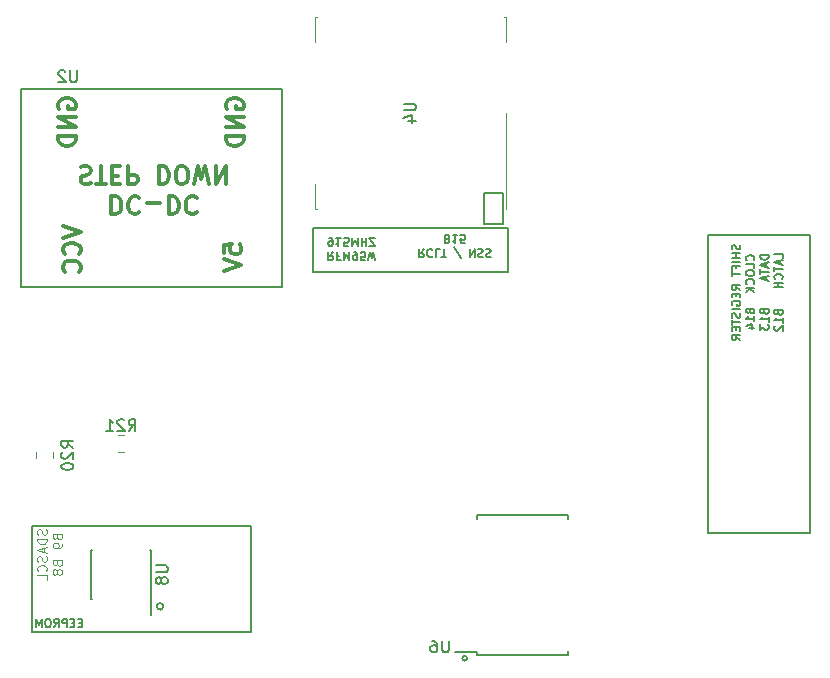
<source format=gbr>
G04 #@! TF.GenerationSoftware,KiCad,Pcbnew,5.0.2*
G04 #@! TF.CreationDate,2019-07-25T16:39:25-03:00*
G04 #@! TF.ProjectId,ShieldEduIfspSTM32,53686965-6c64-4456-9475-496673705354,rev?*
G04 #@! TF.SameCoordinates,Original*
G04 #@! TF.FileFunction,Legend,Bot*
G04 #@! TF.FilePolarity,Positive*
%FSLAX46Y46*%
G04 Gerber Fmt 4.6, Leading zero omitted, Abs format (unit mm)*
G04 Created by KiCad (PCBNEW 5.0.2) date qui 25 jul 2019 16:39:25 -03*
%MOMM*%
%LPD*%
G01*
G04 APERTURE LIST*
%ADD10C,0.150000*%
%ADD11C,0.200000*%
%ADD12C,0.300000*%
%ADD13C,0.100000*%
%ADD14C,0.120000*%
G04 APERTURE END LIST*
D10*
X167883333Y-63183333D02*
X167916666Y-63283333D01*
X167916666Y-63450000D01*
X167883333Y-63516666D01*
X167850000Y-63550000D01*
X167783333Y-63583333D01*
X167716666Y-63583333D01*
X167650000Y-63550000D01*
X167616666Y-63516666D01*
X167583333Y-63450000D01*
X167550000Y-63316666D01*
X167516666Y-63250000D01*
X167483333Y-63216666D01*
X167416666Y-63183333D01*
X167350000Y-63183333D01*
X167283333Y-63216666D01*
X167250000Y-63250000D01*
X167216666Y-63316666D01*
X167216666Y-63483333D01*
X167250000Y-63583333D01*
X167916666Y-63883333D02*
X167216666Y-63883333D01*
X167550000Y-63883333D02*
X167550000Y-64283333D01*
X167916666Y-64283333D02*
X167216666Y-64283333D01*
X167916666Y-64616666D02*
X167216666Y-64616666D01*
X167550000Y-65183333D02*
X167550000Y-64950000D01*
X167916666Y-64950000D02*
X167216666Y-64950000D01*
X167216666Y-65283333D01*
X167216666Y-65450000D02*
X167216666Y-65850000D01*
X167916666Y-65650000D02*
X167216666Y-65650000D01*
X167916666Y-67016666D02*
X167583333Y-66783333D01*
X167916666Y-66616666D02*
X167216666Y-66616666D01*
X167216666Y-66883333D01*
X167250000Y-66950000D01*
X167283333Y-66983333D01*
X167350000Y-67016666D01*
X167450000Y-67016666D01*
X167516666Y-66983333D01*
X167550000Y-66950000D01*
X167583333Y-66883333D01*
X167583333Y-66616666D01*
X167550000Y-67316666D02*
X167550000Y-67550000D01*
X167916666Y-67650000D02*
X167916666Y-67316666D01*
X167216666Y-67316666D01*
X167216666Y-67650000D01*
X167250000Y-68316666D02*
X167216666Y-68250000D01*
X167216666Y-68150000D01*
X167250000Y-68050000D01*
X167316666Y-67983333D01*
X167383333Y-67950000D01*
X167516666Y-67916666D01*
X167616666Y-67916666D01*
X167750000Y-67950000D01*
X167816666Y-67983333D01*
X167883333Y-68050000D01*
X167916666Y-68150000D01*
X167916666Y-68216666D01*
X167883333Y-68316666D01*
X167850000Y-68350000D01*
X167616666Y-68350000D01*
X167616666Y-68216666D01*
X167916666Y-68650000D02*
X167216666Y-68650000D01*
X167883333Y-68950000D02*
X167916666Y-69050000D01*
X167916666Y-69216666D01*
X167883333Y-69283333D01*
X167850000Y-69316666D01*
X167783333Y-69350000D01*
X167716666Y-69350000D01*
X167650000Y-69316666D01*
X167616666Y-69283333D01*
X167583333Y-69216666D01*
X167550000Y-69083333D01*
X167516666Y-69016666D01*
X167483333Y-68983333D01*
X167416666Y-68950000D01*
X167350000Y-68950000D01*
X167283333Y-68983333D01*
X167250000Y-69016666D01*
X167216666Y-69083333D01*
X167216666Y-69250000D01*
X167250000Y-69350000D01*
X167216666Y-69550000D02*
X167216666Y-69950000D01*
X167916666Y-69750000D02*
X167216666Y-69750000D01*
X167550000Y-70183333D02*
X167550000Y-70416666D01*
X167916666Y-70516666D02*
X167916666Y-70183333D01*
X167216666Y-70183333D01*
X167216666Y-70516666D01*
X167916666Y-71216666D02*
X167583333Y-70983333D01*
X167916666Y-70816666D02*
X167216666Y-70816666D01*
X167216666Y-71083333D01*
X167250000Y-71150000D01*
X167283333Y-71183333D01*
X167350000Y-71216666D01*
X167450000Y-71216666D01*
X167516666Y-71183333D01*
X167550000Y-71150000D01*
X167583333Y-71083333D01*
X167583333Y-70816666D01*
X169050000Y-64516666D02*
X169083333Y-64483333D01*
X169116666Y-64383333D01*
X169116666Y-64316666D01*
X169083333Y-64216666D01*
X169016666Y-64150000D01*
X168950000Y-64116666D01*
X168816666Y-64083333D01*
X168716666Y-64083333D01*
X168583333Y-64116666D01*
X168516666Y-64150000D01*
X168450000Y-64216666D01*
X168416666Y-64316666D01*
X168416666Y-64383333D01*
X168450000Y-64483333D01*
X168483333Y-64516666D01*
X169116666Y-65150000D02*
X169116666Y-64816666D01*
X168416666Y-64816666D01*
X168416666Y-65516666D02*
X168416666Y-65650000D01*
X168450000Y-65716666D01*
X168516666Y-65783333D01*
X168650000Y-65816666D01*
X168883333Y-65816666D01*
X169016666Y-65783333D01*
X169083333Y-65716666D01*
X169116666Y-65650000D01*
X169116666Y-65516666D01*
X169083333Y-65450000D01*
X169016666Y-65383333D01*
X168883333Y-65350000D01*
X168650000Y-65350000D01*
X168516666Y-65383333D01*
X168450000Y-65450000D01*
X168416666Y-65516666D01*
X169050000Y-66516666D02*
X169083333Y-66483333D01*
X169116666Y-66383333D01*
X169116666Y-66316666D01*
X169083333Y-66216666D01*
X169016666Y-66150000D01*
X168950000Y-66116666D01*
X168816666Y-66083333D01*
X168716666Y-66083333D01*
X168583333Y-66116666D01*
X168516666Y-66150000D01*
X168450000Y-66216666D01*
X168416666Y-66316666D01*
X168416666Y-66383333D01*
X168450000Y-66483333D01*
X168483333Y-66516666D01*
X169116666Y-66816666D02*
X168416666Y-66816666D01*
X169116666Y-67216666D02*
X168716666Y-66916666D01*
X168416666Y-67216666D02*
X168816666Y-66816666D01*
X168750000Y-68816666D02*
X168783333Y-68916666D01*
X168816666Y-68950000D01*
X168883333Y-68983333D01*
X168983333Y-68983333D01*
X169050000Y-68950000D01*
X169083333Y-68916666D01*
X169116666Y-68850000D01*
X169116666Y-68583333D01*
X168416666Y-68583333D01*
X168416666Y-68816666D01*
X168450000Y-68883333D01*
X168483333Y-68916666D01*
X168550000Y-68950000D01*
X168616666Y-68950000D01*
X168683333Y-68916666D01*
X168716666Y-68883333D01*
X168750000Y-68816666D01*
X168750000Y-68583333D01*
X169116666Y-69650000D02*
X169116666Y-69250000D01*
X169116666Y-69450000D02*
X168416666Y-69450000D01*
X168516666Y-69383333D01*
X168583333Y-69316666D01*
X168616666Y-69250000D01*
X168650000Y-70250000D02*
X169116666Y-70250000D01*
X168383333Y-70083333D02*
X168883333Y-69916666D01*
X168883333Y-70350000D01*
X170316666Y-64066666D02*
X169616666Y-64066666D01*
X169616666Y-64233333D01*
X169650000Y-64333333D01*
X169716666Y-64400000D01*
X169783333Y-64433333D01*
X169916666Y-64466666D01*
X170016666Y-64466666D01*
X170150000Y-64433333D01*
X170216666Y-64400000D01*
X170283333Y-64333333D01*
X170316666Y-64233333D01*
X170316666Y-64066666D01*
X170116666Y-64733333D02*
X170116666Y-65066666D01*
X170316666Y-64666666D02*
X169616666Y-64900000D01*
X170316666Y-65133333D01*
X169616666Y-65266666D02*
X169616666Y-65666666D01*
X170316666Y-65466666D02*
X169616666Y-65466666D01*
X170116666Y-65866666D02*
X170116666Y-66200000D01*
X170316666Y-65800000D02*
X169616666Y-66033333D01*
X170316666Y-66266666D01*
X169950000Y-68866666D02*
X169983333Y-68966666D01*
X170016666Y-69000000D01*
X170083333Y-69033333D01*
X170183333Y-69033333D01*
X170250000Y-69000000D01*
X170283333Y-68966666D01*
X170316666Y-68900000D01*
X170316666Y-68633333D01*
X169616666Y-68633333D01*
X169616666Y-68866666D01*
X169650000Y-68933333D01*
X169683333Y-68966666D01*
X169750000Y-69000000D01*
X169816666Y-69000000D01*
X169883333Y-68966666D01*
X169916666Y-68933333D01*
X169950000Y-68866666D01*
X169950000Y-68633333D01*
X170316666Y-69700000D02*
X170316666Y-69300000D01*
X170316666Y-69500000D02*
X169616666Y-69500000D01*
X169716666Y-69433333D01*
X169783333Y-69366666D01*
X169816666Y-69300000D01*
X169616666Y-69933333D02*
X169616666Y-70366666D01*
X169883333Y-70133333D01*
X169883333Y-70233333D01*
X169916666Y-70300000D01*
X169950000Y-70333333D01*
X170016666Y-70366666D01*
X170183333Y-70366666D01*
X170250000Y-70333333D01*
X170283333Y-70300000D01*
X170316666Y-70233333D01*
X170316666Y-70033333D01*
X170283333Y-69966666D01*
X170250000Y-69933333D01*
X171516666Y-64316666D02*
X171516666Y-63983333D01*
X170816666Y-63983333D01*
X171316666Y-64516666D02*
X171316666Y-64850000D01*
X171516666Y-64450000D02*
X170816666Y-64683333D01*
X171516666Y-64916666D01*
X170816666Y-65050000D02*
X170816666Y-65450000D01*
X171516666Y-65250000D02*
X170816666Y-65250000D01*
X171450000Y-66083333D02*
X171483333Y-66050000D01*
X171516666Y-65950000D01*
X171516666Y-65883333D01*
X171483333Y-65783333D01*
X171416666Y-65716666D01*
X171350000Y-65683333D01*
X171216666Y-65650000D01*
X171116666Y-65650000D01*
X170983333Y-65683333D01*
X170916666Y-65716666D01*
X170850000Y-65783333D01*
X170816666Y-65883333D01*
X170816666Y-65950000D01*
X170850000Y-66050000D01*
X170883333Y-66083333D01*
X171516666Y-66383333D02*
X170816666Y-66383333D01*
X171150000Y-66383333D02*
X171150000Y-66783333D01*
X171516666Y-66783333D02*
X170816666Y-66783333D01*
X171150000Y-68950000D02*
X171183333Y-69050000D01*
X171216666Y-69083333D01*
X171283333Y-69116666D01*
X171383333Y-69116666D01*
X171450000Y-69083333D01*
X171483333Y-69050000D01*
X171516666Y-68983333D01*
X171516666Y-68716666D01*
X170816666Y-68716666D01*
X170816666Y-68950000D01*
X170850000Y-69016666D01*
X170883333Y-69050000D01*
X170950000Y-69083333D01*
X171016666Y-69083333D01*
X171083333Y-69050000D01*
X171116666Y-69016666D01*
X171150000Y-68950000D01*
X171150000Y-68716666D01*
X171516666Y-69783333D02*
X171516666Y-69383333D01*
X171516666Y-69583333D02*
X170816666Y-69583333D01*
X170916666Y-69516666D01*
X170983333Y-69450000D01*
X171016666Y-69383333D01*
X170883333Y-70050000D02*
X170850000Y-70083333D01*
X170816666Y-70150000D01*
X170816666Y-70316666D01*
X170850000Y-70383333D01*
X170883333Y-70416666D01*
X170950000Y-70450000D01*
X171016666Y-70450000D01*
X171116666Y-70416666D01*
X171516666Y-70016666D01*
X171516666Y-70450000D01*
D11*
X165200000Y-62400000D02*
X165200000Y-87600000D01*
X173800000Y-87600000D02*
X165200000Y-87600000D01*
X173800000Y-62400000D02*
X173800000Y-87600000D01*
X165200000Y-62400000D02*
X173800000Y-62400000D01*
D10*
X141133333Y-63533333D02*
X140900000Y-63866666D01*
X140733333Y-63533333D02*
X140733333Y-64233333D01*
X141000000Y-64233333D01*
X141066666Y-64200000D01*
X141100000Y-64166666D01*
X141133333Y-64100000D01*
X141133333Y-64000000D01*
X141100000Y-63933333D01*
X141066666Y-63900000D01*
X141000000Y-63866666D01*
X140733333Y-63866666D01*
X141833333Y-63600000D02*
X141800000Y-63566666D01*
X141700000Y-63533333D01*
X141633333Y-63533333D01*
X141533333Y-63566666D01*
X141466666Y-63633333D01*
X141433333Y-63700000D01*
X141400000Y-63833333D01*
X141400000Y-63933333D01*
X141433333Y-64066666D01*
X141466666Y-64133333D01*
X141533333Y-64200000D01*
X141633333Y-64233333D01*
X141700000Y-64233333D01*
X141800000Y-64200000D01*
X141833333Y-64166666D01*
X142466666Y-63533333D02*
X142133333Y-63533333D01*
X142133333Y-64233333D01*
X142600000Y-64233333D02*
X143000000Y-64233333D01*
X142800000Y-63533333D02*
X142800000Y-64233333D01*
X144266666Y-64266666D02*
X143666666Y-63366666D01*
X145033333Y-63533333D02*
X145033333Y-64233333D01*
X145433333Y-63533333D01*
X145433333Y-64233333D01*
X145733333Y-63566666D02*
X145833333Y-63533333D01*
X146000000Y-63533333D01*
X146066666Y-63566666D01*
X146100000Y-63600000D01*
X146133333Y-63666666D01*
X146133333Y-63733333D01*
X146100000Y-63800000D01*
X146066666Y-63833333D01*
X146000000Y-63866666D01*
X145866666Y-63900000D01*
X145800000Y-63933333D01*
X145766666Y-63966666D01*
X145733333Y-64033333D01*
X145733333Y-64100000D01*
X145766666Y-64166666D01*
X145800000Y-64200000D01*
X145866666Y-64233333D01*
X146033333Y-64233333D01*
X146133333Y-64200000D01*
X146400000Y-63566666D02*
X146500000Y-63533333D01*
X146666666Y-63533333D01*
X146733333Y-63566666D01*
X146766666Y-63600000D01*
X146800000Y-63666666D01*
X146800000Y-63733333D01*
X146766666Y-63800000D01*
X146733333Y-63833333D01*
X146666666Y-63866666D01*
X146533333Y-63900000D01*
X146466666Y-63933333D01*
X146433333Y-63966666D01*
X146400000Y-64033333D01*
X146400000Y-64100000D01*
X146433333Y-64166666D01*
X146466666Y-64200000D01*
X146533333Y-64233333D01*
X146700000Y-64233333D01*
X146800000Y-64200000D01*
X143133333Y-62700000D02*
X143233333Y-62666666D01*
X143266666Y-62633333D01*
X143300000Y-62566666D01*
X143300000Y-62466666D01*
X143266666Y-62400000D01*
X143233333Y-62366666D01*
X143166666Y-62333333D01*
X142900000Y-62333333D01*
X142900000Y-63033333D01*
X143133333Y-63033333D01*
X143200000Y-63000000D01*
X143233333Y-62966666D01*
X143266666Y-62900000D01*
X143266666Y-62833333D01*
X143233333Y-62766666D01*
X143200000Y-62733333D01*
X143133333Y-62700000D01*
X142900000Y-62700000D01*
X143966666Y-62333333D02*
X143566666Y-62333333D01*
X143766666Y-62333333D02*
X143766666Y-63033333D01*
X143700000Y-62933333D01*
X143633333Y-62866666D01*
X143566666Y-62833333D01*
X144600000Y-63033333D02*
X144266666Y-63033333D01*
X144233333Y-62700000D01*
X144266666Y-62733333D01*
X144333333Y-62766666D01*
X144500000Y-62766666D01*
X144566666Y-62733333D01*
X144600000Y-62700000D01*
X144633333Y-62633333D01*
X144633333Y-62466666D01*
X144600000Y-62400000D01*
X144566666Y-62366666D01*
X144500000Y-62333333D01*
X144333333Y-62333333D01*
X144266666Y-62366666D01*
X144233333Y-62400000D01*
X133450000Y-63783333D02*
X133216666Y-64116666D01*
X133050000Y-63783333D02*
X133050000Y-64483333D01*
X133316666Y-64483333D01*
X133383333Y-64450000D01*
X133416666Y-64416666D01*
X133450000Y-64350000D01*
X133450000Y-64250000D01*
X133416666Y-64183333D01*
X133383333Y-64150000D01*
X133316666Y-64116666D01*
X133050000Y-64116666D01*
X133983333Y-64150000D02*
X133750000Y-64150000D01*
X133750000Y-63783333D02*
X133750000Y-64483333D01*
X134083333Y-64483333D01*
X134350000Y-63783333D02*
X134350000Y-64483333D01*
X134583333Y-63983333D01*
X134816666Y-64483333D01*
X134816666Y-63783333D01*
X135183333Y-63783333D02*
X135316666Y-63783333D01*
X135383333Y-63816666D01*
X135416666Y-63850000D01*
X135483333Y-63950000D01*
X135516666Y-64083333D01*
X135516666Y-64350000D01*
X135483333Y-64416666D01*
X135450000Y-64450000D01*
X135383333Y-64483333D01*
X135250000Y-64483333D01*
X135183333Y-64450000D01*
X135150000Y-64416666D01*
X135116666Y-64350000D01*
X135116666Y-64183333D01*
X135150000Y-64116666D01*
X135183333Y-64083333D01*
X135250000Y-64050000D01*
X135383333Y-64050000D01*
X135450000Y-64083333D01*
X135483333Y-64116666D01*
X135516666Y-64183333D01*
X136150000Y-64483333D02*
X135816666Y-64483333D01*
X135783333Y-64150000D01*
X135816666Y-64183333D01*
X135883333Y-64216666D01*
X136050000Y-64216666D01*
X136116666Y-64183333D01*
X136150000Y-64150000D01*
X136183333Y-64083333D01*
X136183333Y-63916666D01*
X136150000Y-63850000D01*
X136116666Y-63816666D01*
X136050000Y-63783333D01*
X135883333Y-63783333D01*
X135816666Y-63816666D01*
X135783333Y-63850000D01*
X136416666Y-64483333D02*
X136583333Y-63783333D01*
X136716666Y-64283333D01*
X136850000Y-63783333D01*
X137016666Y-64483333D01*
X133100000Y-62583333D02*
X133233333Y-62583333D01*
X133300000Y-62616666D01*
X133333333Y-62650000D01*
X133400000Y-62750000D01*
X133433333Y-62883333D01*
X133433333Y-63150000D01*
X133400000Y-63216666D01*
X133366666Y-63250000D01*
X133300000Y-63283333D01*
X133166666Y-63283333D01*
X133100000Y-63250000D01*
X133066666Y-63216666D01*
X133033333Y-63150000D01*
X133033333Y-62983333D01*
X133066666Y-62916666D01*
X133100000Y-62883333D01*
X133166666Y-62850000D01*
X133300000Y-62850000D01*
X133366666Y-62883333D01*
X133400000Y-62916666D01*
X133433333Y-62983333D01*
X134100000Y-62583333D02*
X133700000Y-62583333D01*
X133900000Y-62583333D02*
X133900000Y-63283333D01*
X133833333Y-63183333D01*
X133766666Y-63116666D01*
X133700000Y-63083333D01*
X134733333Y-63283333D02*
X134400000Y-63283333D01*
X134366666Y-62950000D01*
X134400000Y-62983333D01*
X134466666Y-63016666D01*
X134633333Y-63016666D01*
X134700000Y-62983333D01*
X134733333Y-62950000D01*
X134766666Y-62883333D01*
X134766666Y-62716666D01*
X134733333Y-62650000D01*
X134700000Y-62616666D01*
X134633333Y-62583333D01*
X134466666Y-62583333D01*
X134400000Y-62616666D01*
X134366666Y-62650000D01*
X135066666Y-62583333D02*
X135066666Y-63283333D01*
X135300000Y-62783333D01*
X135533333Y-63283333D01*
X135533333Y-62583333D01*
X135866666Y-62583333D02*
X135866666Y-63283333D01*
X135866666Y-62950000D02*
X136266666Y-62950000D01*
X136266666Y-62583333D02*
X136266666Y-63283333D01*
X136533333Y-63283333D02*
X137000000Y-63283333D01*
X136533333Y-62583333D01*
X137000000Y-62583333D01*
D11*
X131750000Y-61750000D02*
X131750000Y-65500000D01*
X148250000Y-61750000D02*
X131750000Y-61750000D01*
X148250000Y-65500000D02*
X148250000Y-61750000D01*
X131750000Y-65500000D02*
X148250000Y-65500000D01*
D12*
X114678571Y-59096428D02*
X114678571Y-60596428D01*
X115035714Y-60596428D01*
X115250000Y-60525000D01*
X115392857Y-60382142D01*
X115464285Y-60239285D01*
X115535714Y-59953571D01*
X115535714Y-59739285D01*
X115464285Y-59453571D01*
X115392857Y-59310714D01*
X115250000Y-59167857D01*
X115035714Y-59096428D01*
X114678571Y-59096428D01*
X117035714Y-59239285D02*
X116964285Y-59167857D01*
X116750000Y-59096428D01*
X116607142Y-59096428D01*
X116392857Y-59167857D01*
X116250000Y-59310714D01*
X116178571Y-59453571D01*
X116107142Y-59739285D01*
X116107142Y-59953571D01*
X116178571Y-60239285D01*
X116250000Y-60382142D01*
X116392857Y-60525000D01*
X116607142Y-60596428D01*
X116750000Y-60596428D01*
X116964285Y-60525000D01*
X117035714Y-60453571D01*
X117678571Y-59667857D02*
X118821428Y-59667857D01*
X119535714Y-59096428D02*
X119535714Y-60596428D01*
X119892857Y-60596428D01*
X120107142Y-60525000D01*
X120250000Y-60382142D01*
X120321428Y-60239285D01*
X120392857Y-59953571D01*
X120392857Y-59739285D01*
X120321428Y-59453571D01*
X120250000Y-59310714D01*
X120107142Y-59167857D01*
X119892857Y-59096428D01*
X119535714Y-59096428D01*
X121892857Y-59239285D02*
X121821428Y-59167857D01*
X121607142Y-59096428D01*
X121464285Y-59096428D01*
X121250000Y-59167857D01*
X121107142Y-59310714D01*
X121035714Y-59453571D01*
X120964285Y-59739285D01*
X120964285Y-59953571D01*
X121035714Y-60239285D01*
X121107142Y-60382142D01*
X121250000Y-60525000D01*
X121464285Y-60596428D01*
X121607142Y-60596428D01*
X121821428Y-60525000D01*
X121892857Y-60453571D01*
X112071428Y-56617857D02*
X112285714Y-56546428D01*
X112642857Y-56546428D01*
X112785714Y-56617857D01*
X112857142Y-56689285D01*
X112928571Y-56832142D01*
X112928571Y-56975000D01*
X112857142Y-57117857D01*
X112785714Y-57189285D01*
X112642857Y-57260714D01*
X112357142Y-57332142D01*
X112214285Y-57403571D01*
X112142857Y-57475000D01*
X112071428Y-57617857D01*
X112071428Y-57760714D01*
X112142857Y-57903571D01*
X112214285Y-57975000D01*
X112357142Y-58046428D01*
X112714285Y-58046428D01*
X112928571Y-57975000D01*
X113357142Y-58046428D02*
X114214285Y-58046428D01*
X113785714Y-56546428D02*
X113785714Y-58046428D01*
X114714285Y-57332142D02*
X115214285Y-57332142D01*
X115428571Y-56546428D02*
X114714285Y-56546428D01*
X114714285Y-58046428D01*
X115428571Y-58046428D01*
X116071428Y-56546428D02*
X116071428Y-58046428D01*
X116642857Y-58046428D01*
X116785714Y-57975000D01*
X116857142Y-57903571D01*
X116928571Y-57760714D01*
X116928571Y-57546428D01*
X116857142Y-57403571D01*
X116785714Y-57332142D01*
X116642857Y-57260714D01*
X116071428Y-57260714D01*
X118714285Y-56546428D02*
X118714285Y-58046428D01*
X119071428Y-58046428D01*
X119285714Y-57975000D01*
X119428571Y-57832142D01*
X119500000Y-57689285D01*
X119571428Y-57403571D01*
X119571428Y-57189285D01*
X119500000Y-56903571D01*
X119428571Y-56760714D01*
X119285714Y-56617857D01*
X119071428Y-56546428D01*
X118714285Y-56546428D01*
X120500000Y-58046428D02*
X120785714Y-58046428D01*
X120928571Y-57975000D01*
X121071428Y-57832142D01*
X121142857Y-57546428D01*
X121142857Y-57046428D01*
X121071428Y-56760714D01*
X120928571Y-56617857D01*
X120785714Y-56546428D01*
X120500000Y-56546428D01*
X120357142Y-56617857D01*
X120214285Y-56760714D01*
X120142857Y-57046428D01*
X120142857Y-57546428D01*
X120214285Y-57832142D01*
X120357142Y-57975000D01*
X120500000Y-58046428D01*
X121642857Y-58046428D02*
X122000000Y-56546428D01*
X122285714Y-57617857D01*
X122571428Y-56546428D01*
X122928571Y-58046428D01*
X123500000Y-56546428D02*
X123500000Y-58046428D01*
X124357142Y-56546428D01*
X124357142Y-58046428D01*
D11*
X126500000Y-87000000D02*
X126500000Y-87500000D01*
X108000000Y-87000000D02*
X126500000Y-87000000D01*
X108000000Y-87500000D02*
X108000000Y-87000000D01*
X108000000Y-96000000D02*
X108000000Y-95000000D01*
X126500000Y-96000000D02*
X108000000Y-96000000D01*
X126500000Y-87250000D02*
X126500000Y-96000000D01*
X108000000Y-95250000D02*
X108000000Y-87250000D01*
D10*
X112183333Y-95200000D02*
X111950000Y-95200000D01*
X111850000Y-95566666D02*
X112183333Y-95566666D01*
X112183333Y-94866666D01*
X111850000Y-94866666D01*
X111550000Y-95200000D02*
X111316666Y-95200000D01*
X111216666Y-95566666D02*
X111550000Y-95566666D01*
X111550000Y-94866666D01*
X111216666Y-94866666D01*
X110916666Y-95566666D02*
X110916666Y-94866666D01*
X110650000Y-94866666D01*
X110583333Y-94900000D01*
X110550000Y-94933333D01*
X110516666Y-95000000D01*
X110516666Y-95100000D01*
X110550000Y-95166666D01*
X110583333Y-95200000D01*
X110650000Y-95233333D01*
X110916666Y-95233333D01*
X109816666Y-95566666D02*
X110050000Y-95233333D01*
X110216666Y-95566666D02*
X110216666Y-94866666D01*
X109950000Y-94866666D01*
X109883333Y-94900000D01*
X109850000Y-94933333D01*
X109816666Y-95000000D01*
X109816666Y-95100000D01*
X109850000Y-95166666D01*
X109883333Y-95200000D01*
X109950000Y-95233333D01*
X110216666Y-95233333D01*
X109383333Y-94866666D02*
X109250000Y-94866666D01*
X109183333Y-94900000D01*
X109116666Y-94966666D01*
X109083333Y-95100000D01*
X109083333Y-95333333D01*
X109116666Y-95466666D01*
X109183333Y-95533333D01*
X109250000Y-95566666D01*
X109383333Y-95566666D01*
X109450000Y-95533333D01*
X109516666Y-95466666D01*
X109550000Y-95333333D01*
X109550000Y-95100000D01*
X109516666Y-94966666D01*
X109450000Y-94900000D01*
X109383333Y-94866666D01*
X108783333Y-95566666D02*
X108783333Y-94866666D01*
X108550000Y-95366666D01*
X108316666Y-94866666D01*
X108316666Y-95566666D01*
D13*
X109173809Y-87278571D02*
X109211904Y-87392857D01*
X109211904Y-87583333D01*
X109173809Y-87659523D01*
X109135714Y-87697619D01*
X109059523Y-87735714D01*
X108983333Y-87735714D01*
X108907142Y-87697619D01*
X108869047Y-87659523D01*
X108830952Y-87583333D01*
X108792857Y-87430952D01*
X108754761Y-87354761D01*
X108716666Y-87316666D01*
X108640476Y-87278571D01*
X108564285Y-87278571D01*
X108488095Y-87316666D01*
X108450000Y-87354761D01*
X108411904Y-87430952D01*
X108411904Y-87621428D01*
X108450000Y-87735714D01*
X109211904Y-88078571D02*
X108411904Y-88078571D01*
X108411904Y-88269047D01*
X108450000Y-88383333D01*
X108526190Y-88459523D01*
X108602380Y-88497619D01*
X108754761Y-88535714D01*
X108869047Y-88535714D01*
X109021428Y-88497619D01*
X109097619Y-88459523D01*
X109173809Y-88383333D01*
X109211904Y-88269047D01*
X109211904Y-88078571D01*
X108983333Y-88840476D02*
X108983333Y-89221428D01*
X109211904Y-88764285D02*
X108411904Y-89030952D01*
X109211904Y-89297619D01*
X110092857Y-87926190D02*
X110130952Y-88040476D01*
X110169047Y-88078571D01*
X110245238Y-88116666D01*
X110359523Y-88116666D01*
X110435714Y-88078571D01*
X110473809Y-88040476D01*
X110511904Y-87964285D01*
X110511904Y-87659523D01*
X109711904Y-87659523D01*
X109711904Y-87926190D01*
X109750000Y-88002380D01*
X109788095Y-88040476D01*
X109864285Y-88078571D01*
X109940476Y-88078571D01*
X110016666Y-88040476D01*
X110054761Y-88002380D01*
X110092857Y-87926190D01*
X110092857Y-87659523D01*
X110511904Y-88497619D02*
X110511904Y-88650000D01*
X110473809Y-88726190D01*
X110435714Y-88764285D01*
X110321428Y-88840476D01*
X110169047Y-88878571D01*
X109864285Y-88878571D01*
X109788095Y-88840476D01*
X109750000Y-88802380D01*
X109711904Y-88726190D01*
X109711904Y-88573809D01*
X109750000Y-88497619D01*
X109788095Y-88459523D01*
X109864285Y-88421428D01*
X110054761Y-88421428D01*
X110130952Y-88459523D01*
X110169047Y-88497619D01*
X110207142Y-88573809D01*
X110207142Y-88726190D01*
X110169047Y-88802380D01*
X110130952Y-88840476D01*
X110054761Y-88878571D01*
X109173809Y-89547619D02*
X109211904Y-89661904D01*
X109211904Y-89852380D01*
X109173809Y-89928571D01*
X109135714Y-89966666D01*
X109059523Y-90004761D01*
X108983333Y-90004761D01*
X108907142Y-89966666D01*
X108869047Y-89928571D01*
X108830952Y-89852380D01*
X108792857Y-89700000D01*
X108754761Y-89623809D01*
X108716666Y-89585714D01*
X108640476Y-89547619D01*
X108564285Y-89547619D01*
X108488095Y-89585714D01*
X108450000Y-89623809D01*
X108411904Y-89700000D01*
X108411904Y-89890476D01*
X108450000Y-90004761D01*
X109135714Y-90804761D02*
X109173809Y-90766666D01*
X109211904Y-90652380D01*
X109211904Y-90576190D01*
X109173809Y-90461904D01*
X109097619Y-90385714D01*
X109021428Y-90347619D01*
X108869047Y-90309523D01*
X108754761Y-90309523D01*
X108602380Y-90347619D01*
X108526190Y-90385714D01*
X108450000Y-90461904D01*
X108411904Y-90576190D01*
X108411904Y-90652380D01*
X108450000Y-90766666D01*
X108488095Y-90804761D01*
X109211904Y-91528571D02*
X109211904Y-91147619D01*
X108411904Y-91147619D01*
X110092857Y-90176190D02*
X110130952Y-90290476D01*
X110169047Y-90328571D01*
X110245238Y-90366666D01*
X110359523Y-90366666D01*
X110435714Y-90328571D01*
X110473809Y-90290476D01*
X110511904Y-90214285D01*
X110511904Y-89909523D01*
X109711904Y-89909523D01*
X109711904Y-90176190D01*
X109750000Y-90252380D01*
X109788095Y-90290476D01*
X109864285Y-90328571D01*
X109940476Y-90328571D01*
X110016666Y-90290476D01*
X110054761Y-90252380D01*
X110092857Y-90176190D01*
X110092857Y-89909523D01*
X110054761Y-90823809D02*
X110016666Y-90747619D01*
X109978571Y-90709523D01*
X109902380Y-90671428D01*
X109864285Y-90671428D01*
X109788095Y-90709523D01*
X109750000Y-90747619D01*
X109711904Y-90823809D01*
X109711904Y-90976190D01*
X109750000Y-91052380D01*
X109788095Y-91090476D01*
X109864285Y-91128571D01*
X109902380Y-91128571D01*
X109978571Y-91090476D01*
X110016666Y-91052380D01*
X110054761Y-90976190D01*
X110054761Y-90823809D01*
X110092857Y-90747619D01*
X110130952Y-90709523D01*
X110207142Y-90671428D01*
X110359523Y-90671428D01*
X110435714Y-90709523D01*
X110473809Y-90747619D01*
X110511904Y-90823809D01*
X110511904Y-90976190D01*
X110473809Y-91052380D01*
X110435714Y-91090476D01*
X110359523Y-91128571D01*
X110207142Y-91128571D01*
X110130952Y-91090476D01*
X110092857Y-91052380D01*
X110054761Y-90976190D01*
D12*
X124178571Y-63914285D02*
X124178571Y-63200000D01*
X124892857Y-63128571D01*
X124821428Y-63200000D01*
X124750000Y-63342857D01*
X124750000Y-63700000D01*
X124821428Y-63842857D01*
X124892857Y-63914285D01*
X125035714Y-63985714D01*
X125392857Y-63985714D01*
X125535714Y-63914285D01*
X125607142Y-63842857D01*
X125678571Y-63700000D01*
X125678571Y-63342857D01*
X125607142Y-63200000D01*
X125535714Y-63128571D01*
X124178571Y-64414285D02*
X125678571Y-64914285D01*
X124178571Y-65414285D01*
X110578571Y-61600000D02*
X112078571Y-62100000D01*
X110578571Y-62600000D01*
X111935714Y-63957142D02*
X112007142Y-63885714D01*
X112078571Y-63671428D01*
X112078571Y-63528571D01*
X112007142Y-63314285D01*
X111864285Y-63171428D01*
X111721428Y-63100000D01*
X111435714Y-63028571D01*
X111221428Y-63028571D01*
X110935714Y-63100000D01*
X110792857Y-63171428D01*
X110650000Y-63314285D01*
X110578571Y-63528571D01*
X110578571Y-63671428D01*
X110650000Y-63885714D01*
X110721428Y-63957142D01*
X111935714Y-65457142D02*
X112007142Y-65385714D01*
X112078571Y-65171428D01*
X112078571Y-65028571D01*
X112007142Y-64814285D01*
X111864285Y-64671428D01*
X111721428Y-64600000D01*
X111435714Y-64528571D01*
X111221428Y-64528571D01*
X110935714Y-64600000D01*
X110792857Y-64671428D01*
X110650000Y-64814285D01*
X110578571Y-65028571D01*
X110578571Y-65171428D01*
X110650000Y-65385714D01*
X110721428Y-65457142D01*
X124450000Y-51657142D02*
X124378571Y-51514285D01*
X124378571Y-51300000D01*
X124450000Y-51085714D01*
X124592857Y-50942857D01*
X124735714Y-50871428D01*
X125021428Y-50800000D01*
X125235714Y-50800000D01*
X125521428Y-50871428D01*
X125664285Y-50942857D01*
X125807142Y-51085714D01*
X125878571Y-51300000D01*
X125878571Y-51442857D01*
X125807142Y-51657142D01*
X125735714Y-51728571D01*
X125235714Y-51728571D01*
X125235714Y-51442857D01*
X125878571Y-52371428D02*
X124378571Y-52371428D01*
X125878571Y-53228571D01*
X124378571Y-53228571D01*
X125878571Y-53942857D02*
X124378571Y-53942857D01*
X124378571Y-54300000D01*
X124450000Y-54514285D01*
X124592857Y-54657142D01*
X124735714Y-54728571D01*
X125021428Y-54800000D01*
X125235714Y-54800000D01*
X125521428Y-54728571D01*
X125664285Y-54657142D01*
X125807142Y-54514285D01*
X125878571Y-54300000D01*
X125878571Y-53942857D01*
X110250000Y-51657142D02*
X110178571Y-51514285D01*
X110178571Y-51300000D01*
X110250000Y-51085714D01*
X110392857Y-50942857D01*
X110535714Y-50871428D01*
X110821428Y-50800000D01*
X111035714Y-50800000D01*
X111321428Y-50871428D01*
X111464285Y-50942857D01*
X111607142Y-51085714D01*
X111678571Y-51300000D01*
X111678571Y-51442857D01*
X111607142Y-51657142D01*
X111535714Y-51728571D01*
X111035714Y-51728571D01*
X111035714Y-51442857D01*
X111678571Y-52371428D02*
X110178571Y-52371428D01*
X111678571Y-53228571D01*
X110178571Y-53228571D01*
X111678571Y-53942857D02*
X110178571Y-53942857D01*
X110178571Y-54300000D01*
X110250000Y-54514285D01*
X110392857Y-54657142D01*
X110535714Y-54728571D01*
X110821428Y-54800000D01*
X111035714Y-54800000D01*
X111321428Y-54728571D01*
X111464285Y-54657142D01*
X111607142Y-54514285D01*
X111678571Y-54300000D01*
X111678571Y-53942857D01*
D11*
X147800000Y-58800000D02*
X147800000Y-61400000D01*
X146200000Y-58800000D02*
X147800000Y-58800000D01*
X146200000Y-61400000D02*
X146200000Y-58800000D01*
X147800000Y-61400000D02*
X146200000Y-61400000D01*
X144800000Y-98200000D02*
G75*
G03X144800000Y-98200000I-200000J0D01*
G01*
X119082843Y-93800000D02*
G75*
G03X119082843Y-93800000I-282843J0D01*
G01*
D10*
G04 #@! TO.C,U6*
X145625000Y-97950000D02*
X145625000Y-97700000D01*
X153375000Y-97950000D02*
X153375000Y-97605000D01*
X153375000Y-86050000D02*
X153375000Y-86395000D01*
X145625000Y-86050000D02*
X145625000Y-86395000D01*
X145625000Y-97950000D02*
X153375000Y-97950000D01*
X145625000Y-86050000D02*
X153375000Y-86050000D01*
X145625000Y-97700000D02*
X143800000Y-97700000D01*
D14*
G04 #@! TO.C,R20*
X108290000Y-80738748D02*
X108290000Y-81261252D01*
X109710000Y-80738748D02*
X109710000Y-81261252D01*
G04 #@! TO.C,R21*
X115238748Y-79290000D02*
X115761252Y-79290000D01*
X115238748Y-80710000D02*
X115761252Y-80710000D01*
D10*
G04 #@! TO.C,U2*
X129098000Y-50000000D02*
X107000000Y-50000000D01*
X107000000Y-50000000D02*
X107000000Y-66764000D01*
X107000000Y-66764000D02*
X129098000Y-66764000D01*
X129098000Y-66764000D02*
X129098000Y-50000000D01*
D13*
G04 #@! TO.C,U4*
X148120000Y-60120000D02*
X148120000Y-52000000D01*
X131880000Y-46000000D02*
X131880000Y-43880000D01*
X131880000Y-43880000D02*
X132050000Y-43880000D01*
X131880000Y-60120000D02*
X131880000Y-58000000D01*
X131880000Y-60120000D02*
X132050000Y-60120000D01*
X148120000Y-46000000D02*
X148120000Y-43880000D01*
X148120000Y-43880000D02*
X147950000Y-43880000D01*
D10*
G04 #@! TO.C,U8*
X118075000Y-93175000D02*
X118025000Y-93175000D01*
X118075000Y-89025000D02*
X117930000Y-89025000D01*
X112925000Y-89025000D02*
X113070000Y-89025000D01*
X112925000Y-93175000D02*
X113070000Y-93175000D01*
X118075000Y-93175000D02*
X118075000Y-89025000D01*
X112925000Y-93175000D02*
X112925000Y-89025000D01*
X118025000Y-93175000D02*
X118025000Y-94575000D01*
G04 #@! TO.C,U6*
X143261904Y-96702380D02*
X143261904Y-97511904D01*
X143214285Y-97607142D01*
X143166666Y-97654761D01*
X143071428Y-97702380D01*
X142880952Y-97702380D01*
X142785714Y-97654761D01*
X142738095Y-97607142D01*
X142690476Y-97511904D01*
X142690476Y-96702380D01*
X141785714Y-96702380D02*
X141976190Y-96702380D01*
X142071428Y-96750000D01*
X142119047Y-96797619D01*
X142214285Y-96940476D01*
X142261904Y-97130952D01*
X142261904Y-97511904D01*
X142214285Y-97607142D01*
X142166666Y-97654761D01*
X142071428Y-97702380D01*
X141880952Y-97702380D01*
X141785714Y-97654761D01*
X141738095Y-97607142D01*
X141690476Y-97511904D01*
X141690476Y-97273809D01*
X141738095Y-97178571D01*
X141785714Y-97130952D01*
X141880952Y-97083333D01*
X142071428Y-97083333D01*
X142166666Y-97130952D01*
X142214285Y-97178571D01*
X142261904Y-97273809D01*
G04 #@! TO.C,R20*
X111452380Y-80357142D02*
X110976190Y-80023809D01*
X111452380Y-79785714D02*
X110452380Y-79785714D01*
X110452380Y-80166666D01*
X110500000Y-80261904D01*
X110547619Y-80309523D01*
X110642857Y-80357142D01*
X110785714Y-80357142D01*
X110880952Y-80309523D01*
X110928571Y-80261904D01*
X110976190Y-80166666D01*
X110976190Y-79785714D01*
X110547619Y-80738095D02*
X110500000Y-80785714D01*
X110452380Y-80880952D01*
X110452380Y-81119047D01*
X110500000Y-81214285D01*
X110547619Y-81261904D01*
X110642857Y-81309523D01*
X110738095Y-81309523D01*
X110880952Y-81261904D01*
X111452380Y-80690476D01*
X111452380Y-81309523D01*
X110452380Y-81928571D02*
X110452380Y-82023809D01*
X110500000Y-82119047D01*
X110547619Y-82166666D01*
X110642857Y-82214285D01*
X110833333Y-82261904D01*
X111071428Y-82261904D01*
X111261904Y-82214285D01*
X111357142Y-82166666D01*
X111404761Y-82119047D01*
X111452380Y-82023809D01*
X111452380Y-81928571D01*
X111404761Y-81833333D01*
X111357142Y-81785714D01*
X111261904Y-81738095D01*
X111071428Y-81690476D01*
X110833333Y-81690476D01*
X110642857Y-81738095D01*
X110547619Y-81785714D01*
X110500000Y-81833333D01*
X110452380Y-81928571D01*
G04 #@! TO.C,R21*
X116142857Y-78952380D02*
X116476190Y-78476190D01*
X116714285Y-78952380D02*
X116714285Y-77952380D01*
X116333333Y-77952380D01*
X116238095Y-78000000D01*
X116190476Y-78047619D01*
X116142857Y-78142857D01*
X116142857Y-78285714D01*
X116190476Y-78380952D01*
X116238095Y-78428571D01*
X116333333Y-78476190D01*
X116714285Y-78476190D01*
X115761904Y-78047619D02*
X115714285Y-78000000D01*
X115619047Y-77952380D01*
X115380952Y-77952380D01*
X115285714Y-78000000D01*
X115238095Y-78047619D01*
X115190476Y-78142857D01*
X115190476Y-78238095D01*
X115238095Y-78380952D01*
X115809523Y-78952380D01*
X115190476Y-78952380D01*
X114238095Y-78952380D02*
X114809523Y-78952380D01*
X114523809Y-78952380D02*
X114523809Y-77952380D01*
X114619047Y-78095238D01*
X114714285Y-78190476D01*
X114809523Y-78238095D01*
G04 #@! TO.C,U2*
X111761904Y-48422380D02*
X111761904Y-49231904D01*
X111714285Y-49327142D01*
X111666666Y-49374761D01*
X111571428Y-49422380D01*
X111380952Y-49422380D01*
X111285714Y-49374761D01*
X111238095Y-49327142D01*
X111190476Y-49231904D01*
X111190476Y-48422380D01*
X110761904Y-48517619D02*
X110714285Y-48470000D01*
X110619047Y-48422380D01*
X110380952Y-48422380D01*
X110285714Y-48470000D01*
X110238095Y-48517619D01*
X110190476Y-48612857D01*
X110190476Y-48708095D01*
X110238095Y-48850952D01*
X110809523Y-49422380D01*
X110190476Y-49422380D01*
G04 #@! TO.C,U4*
X139452380Y-51238095D02*
X140261904Y-51238095D01*
X140357142Y-51285714D01*
X140404761Y-51333333D01*
X140452380Y-51428571D01*
X140452380Y-51619047D01*
X140404761Y-51714285D01*
X140357142Y-51761904D01*
X140261904Y-51809523D01*
X139452380Y-51809523D01*
X139785714Y-52714285D02*
X140452380Y-52714285D01*
X139404761Y-52476190D02*
X140119047Y-52238095D01*
X140119047Y-52857142D01*
G04 #@! TO.C,U8*
X118452380Y-90338095D02*
X119261904Y-90338095D01*
X119357142Y-90385714D01*
X119404761Y-90433333D01*
X119452380Y-90528571D01*
X119452380Y-90719047D01*
X119404761Y-90814285D01*
X119357142Y-90861904D01*
X119261904Y-90909523D01*
X118452380Y-90909523D01*
X118880952Y-91528571D02*
X118833333Y-91433333D01*
X118785714Y-91385714D01*
X118690476Y-91338095D01*
X118642857Y-91338095D01*
X118547619Y-91385714D01*
X118500000Y-91433333D01*
X118452380Y-91528571D01*
X118452380Y-91719047D01*
X118500000Y-91814285D01*
X118547619Y-91861904D01*
X118642857Y-91909523D01*
X118690476Y-91909523D01*
X118785714Y-91861904D01*
X118833333Y-91814285D01*
X118880952Y-91719047D01*
X118880952Y-91528571D01*
X118928571Y-91433333D01*
X118976190Y-91385714D01*
X119071428Y-91338095D01*
X119261904Y-91338095D01*
X119357142Y-91385714D01*
X119404761Y-91433333D01*
X119452380Y-91528571D01*
X119452380Y-91719047D01*
X119404761Y-91814285D01*
X119357142Y-91861904D01*
X119261904Y-91909523D01*
X119071428Y-91909523D01*
X118976190Y-91861904D01*
X118928571Y-91814285D01*
X118880952Y-91719047D01*
G04 #@! TD*
M02*

</source>
